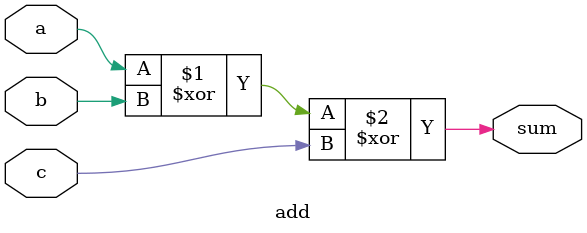
<source format=v>
module add (a,b,c,sum);

input a,b,c;
output sum;

assign sum= a^b^c;

endmodule

</source>
